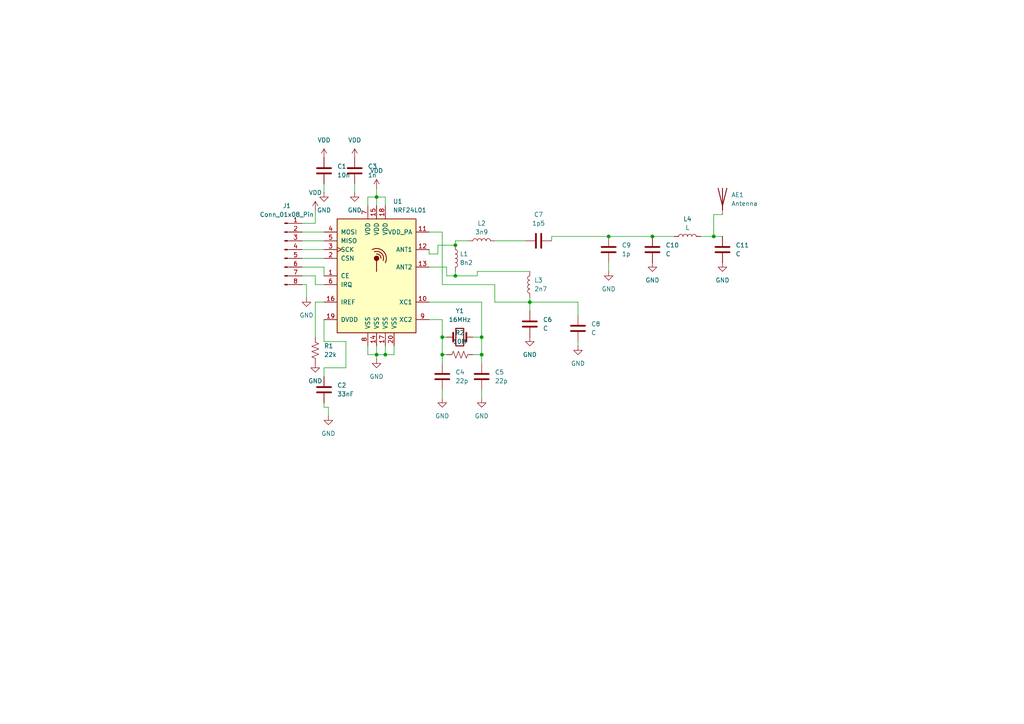
<source format=kicad_sch>
(kicad_sch (version 20231120) (generator "eeschema") (generator_version "8.0")
  (paper "A4")
  (title_block (title "Diseño SCH modulo NRF24L01 2.4GHz") (date "19") (rev "Josue Ocampo") (company "JOSUE OCAMPO, Sistemas Embebidos II - UCB"))
  (lib_symbols
    (symbol "Connector:Conn_01x08_Pin" (pin_names (offset 1.016) hide)
      (property "Reference" "J" (at 0 10.16 0))
      (property "Value" "Conn_01x08_Pin" (at 0 -12.7 0))
      (symbol "Conn_01x08_Pin_1_1"
        (polyline (pts (xy 1.27 -10.16) (xy 0.8636 -10.16)) (stroke (width 0.1524)))
        (polyline (pts (xy 1.27 -7.62) (xy 0.8636 -7.62)) (stroke (width 0.1524)))
        (polyline (pts (xy 1.27 -5.08) (xy 0.8636 -5.08)) (stroke (width 0.1524)))
        (polyline (pts (xy 1.27 -2.54) (xy 0.8636 -2.54)) (stroke (width 0.1524)))
        (polyline (pts (xy 1.27 0) (xy 0.8636 0)) (stroke (width 0.1524)))
        (polyline (pts (xy 1.27 2.54) (xy 0.8636 2.54)) (stroke (width 0.1524)))
        (polyline (pts (xy 1.27 5.08) (xy 0.8636 5.08)) (stroke (width 0.1524)))
        (polyline (pts (xy 1.27 7.62) (xy 0.8636 7.62)) (stroke (width 0.1524)))
        (rectangle (start 0.8636 -10.033) (end 0 -10.287) (stroke (width 0.1524)) (fill (type outline)))
        (rectangle (start 0.8636 -7.493) (end 0 -7.747) (stroke (width 0.1524)) (fill (type outline)))
        (rectangle (start 0.8636 -4.953) (end 0 -5.207) (stroke (width 0.1524)) (fill (type outline)))
        (rectangle (start 0.8636 -2.413) (end 0 -2.667) (stroke (width 0.1524)) (fill (type outline)))
        (rectangle (start 0.8636 0.127) (end 0 -0.127) (stroke (width 0.1524)) (fill (type outline)))
        (rectangle (start 0.8636 2.667) (end 0 2.413) (stroke (width 0.1524)) (fill (type outline)))
        (rectangle (start 0.8636 5.207) (end 0 4.953) (stroke (width 0.1524)) (fill (type outline)))
        (rectangle (start 0.8636 7.747) (end 0 7.493) (stroke (width 0.1524)) (fill (type outline)))
        (pin passive line (at 5.08 7.62 180) (length 3.81) (name "Pin_1") (number "1"))
        (pin passive line (at 5.08 5.08 180) (length 3.81) (name "Pin_2") (number "2"))
        (pin passive line (at 5.08 2.54 180) (length 3.81) (name "Pin_3") (number "3"))
        (pin passive line (at 5.08 0 180) (length 3.81) (name "Pin_4") (number "4"))
        (pin passive line (at 5.08 -2.54 180) (length 3.81) (name "Pin_5") (number "5"))
        (pin passive line (at 5.08 -5.08 180) (length 3.81) (name "Pin_6") (number "6"))
        (pin passive line (at 5.08 -7.62 180) (length 3.81) (name "Pin_7") (number "7"))
        (pin passive line (at 5.08 -10.16 180) (length 3.81) (name "Pin_8") (number "8"))
      )
    )
    (symbol "Device:Antenna" (pin_numbers hide) (pin_names (offset 1.016) hide)
      (property "Reference" "AE" (at -1.905 1.905 0))
      (property "Value" "Antenna" (at -1.905 0 0))
      (symbol "Antenna_0_1"
        (polyline (pts (xy 0 2.54) (xy 0 -3.81)) (stroke (width 0.254)))
        (polyline (pts (xy 1.27 2.54) (xy 0 -2.54) (xy -1.27 2.54)) (stroke (width 0.254)))
      )
      (symbol "Antenna_1_1"
        (pin input line (at 0 -5.08 90) (length 2.54) (name "A") (number "1"))
      )
    )
    (symbol "Device:C" (pin_numbers hide) (pin_names (offset 0.254))
      (property "Reference" "C" (at 0.635 2.54 0))
      (property "Value" "C" (at 0.635 -2.54 0))
      (symbol "C_0_1"
        (polyline (pts (xy -2.032 -0.762) (xy 2.032 -0.762)) (stroke (width 0.508)))
        (polyline (pts (xy -2.032 0.762) (xy 2.032 0.762)) (stroke (width 0.508)))
      )
      (symbol "C_1_1"
        (pin passive line (at 0 3.81 270) (length 2.794) (name "~") (number "1"))
        (pin passive line (at 0 -3.81 90) (length 2.794) (name "~") (number "2"))
      )
    )
    (symbol "Device:Crystal" (pin_numbers hide) (pin_names (offset 1.016) hide)
      (property "Reference" "Y" (at 0 3.81 0))
      (property "Value" "Crystal" (at 0 -3.81 0))
      (symbol "Crystal_0_1"
        (rectangle (start -1.143 2.54) (end 1.143 -2.54) (stroke (width 0.3048)))
        (polyline (pts (xy -2.54 0) (xy -1.905 0)))
        (polyline (pts (xy -1.905 -1.27) (xy -1.905 1.27)) (stroke (width 0.508)))
        (polyline (pts (xy 1.905 -1.27) (xy 1.905 1.27)) (stroke (width 0.508)))
        (polyline (pts (xy 2.54 0) (xy 1.905 0)))
      )
      (symbol "Crystal_1_1"
        (pin passive line (at -3.81 0 0) (length 1.27) (name "1") (number "1"))
        (pin passive line (at 3.81 0 180) (length 1.27) (name "2") (number "2"))
      )
    )
    (symbol "Device:L" (pin_numbers hide) (pin_names (offset 1.016) hide)
      (property "Reference" "L" (at -1.27 0 90))
      (property "Value" "L" (at 1.905 0 90))
      (symbol "L_0_1"
        (arc (start 0 -2.54) (mid 0.6323 -1.905) (end 0 -1.27))
        (arc (start 0 -1.27) (mid 0.6323 -0.635) (end 0 0))
        (arc (start 0 0) (mid 0.6323 0.635) (end 0 1.27))
        (arc (start 0 1.27) (mid 0.6323 1.905) (end 0 2.54))
      )
      (symbol "L_1_1"
        (pin passive line (at 0 3.81 270) (length 1.27) (name "1") (number "1"))
        (pin passive line (at 0 -3.81 90) (length 1.27) (name "2") (number "2"))
      )
    )
    (symbol "Device:R_US" (pin_numbers hide) (pin_names (offset 0))
      (property "Reference" "R" (at 2.54 0 90))
      (property "Value" "R_US" (at -2.54 0 90))
      (symbol "R_US_0_1"
        (polyline (pts (xy 0 -2.286) (xy 0 -2.54)))
        (polyline (pts (xy 0 2.286) (xy 0 2.54)))
        (polyline (pts (xy 0 -0.762) (xy 1.016 -1.143) (xy 0 -1.524) (xy -1.016 -1.905) (xy 0 -2.286)))
        (polyline (pts (xy 0 0.762) (xy 1.016 0.381) (xy 0 0) (xy -1.016 -0.381) (xy 0 -0.762)))
        (polyline (pts (xy 0 2.286) (xy 1.016 1.905) (xy 0 1.524) (xy -1.016 1.143) (xy 0 0.762)))
      )
      (symbol "R_US_1_1"
        (pin passive line (at 0 3.81 270) (length 1.27) (name "~") (number "1"))
        (pin passive line (at 0 -3.81 90) (length 1.27) (name "~") (number "2"))
      )
    )
    (symbol "RF:NRF24L01" (pin_names (offset 1.016))
      (property "Reference" "U" (at -11.43 17.78 0))
      (property "Value" "NRF24L01" (at 5.08 17.78 0))
      (symbol "NRF24L01_0_1"
        (rectangle (start -11.43 16.51) (end 11.43 -16.51) (stroke (width 0.254)) (fill (type background)))
        (polyline (pts (xy 0 4.445) (xy 0 1.27)) (stroke (width 0.254)))
        (circle (center 0 5.08) (radius 0.635) (stroke (width 0.254)) (fill (type outline)))
        (arc (start 1.27 5.08) (mid 0.9071 5.9946) (end 0 6.35) (stroke (width 0.254)))
        (arc (start 1.905 4.445) (mid 1.4313 6.5254) (end -0.635 6.985) (stroke (width 0.254)))
        (arc (start 2.54 3.81) (mid 2.008 7.088) (end -1.27 7.62) (stroke (width 0.254)))
        (rectangle (start 11.43 -13.97) (end 11.43 -13.97))
      )
      (symbol "NRF24L01_1_1"
        (pin input line (at -15.24 0 0) (length 3.81) (name "CE") (number "1"))
        (pin passive line (at 15.24 -7.62 180) (length 3.81) (name "XC1") (number "10"))
        (pin power_out line (at 15.24 12.7 180) (length 3.81) (name "VDD_PA") (number "11"))
        (pin passive line (at 15.24 7.62 180) (length 3.81) (name "ANT1") (number "12"))
        (pin passive line (at 15.24 2.54 180) (length 3.81) (name "ANT2") (number "13"))
        (pin power_in line (at 0 -20.32 90) (length 3.81) (name "VSS") (number "14"))
        (pin power_in line (at 0 20.32 270) (length 3.81) (name "VDD") (number "15"))
        (pin passive line (at -15.24 -7.62 0) (length 3.81) (name "IREF") (number "16"))
        (pin power_in line (at 2.54 -20.32 90) (length 3.81) (name "VSS") (number "17"))
        (pin power_in line (at 2.54 20.32 270) (length 3.81) (name "VDD") (number "18"))
        (pin power_out line (at -15.24 -12.7 0) (length 3.81) (name "DVDD") (number "19"))
        (pin input line (at -15.24 5.08 0) (length 3.81) (name "CSN") (number "2"))
        (pin power_in line (at 5.08 -20.32 90) (length 3.81) (name "VSS") (number "20"))
        (pin input clock (at -15.24 7.62 0) (length 3.81) (name "SCK") (number "3"))
        (pin input line (at -15.24 12.7 0) (length 3.81) (name "MOSI") (number "4"))
        (pin output line (at -15.24 10.16 0) (length 3.81) (name "MISO") (number "5"))
        (pin output line (at -15.24 -2.54 0) (length 3.81) (name "IRQ") (number "6"))
        (pin power_in line (at -2.54 20.32 270) (length 3.81) (name "VDD") (number "7"))
        (pin power_in line (at -2.54 -20.32 90) (length 3.81) (name "VSS") (number "8"))
        (pin passive line (at 15.24 -12.7 180) (length 3.81) (name "XC2") (number "9"))
      )
    )
    (symbol "power:GND" (power) (pin_numbers hide) (pin_names (offset 0) hide)
      (property "Value" "GND" (at 0 -3.81 0))
      (symbol "GND_0_1"
        (polyline (pts (xy 0 0) (xy 0 -1.27) (xy 1.27 -1.27) (xy 0 -2.54) (xy -1.27 -1.27) (xy 0 -1.27)))
      )
      (symbol "GND_1_1"
        (pin power_in line (at 0 0 270) (length 0) (name "~") (number "1"))
      )
    )
    (symbol "power:VDD" (power) (pin_numbers hide) (pin_names (offset 0) hide)
      (property "Value" "VDD" (at 0 3.556 0))
      (symbol "VDD_0_1"
        (polyline (pts (xy -0.762 1.27) (xy 0 2.54)))
        (polyline (pts (xy 0 0) (xy 0 2.54)))
        (polyline (pts (xy 0 2.54) (xy 0.762 1.27)))
      )
      (symbol "VDD_1_1"
        (pin power_in line (at 0 0 90) (length 0) (name "~") (number "1"))
      )
    )
  )
  (junction (at 109.22 57.15))
  (junction (at 176.53 68.58))
  (junction (at 111.76 102.87))
  (junction (at 128.27 97.79))
  (junction (at 189.23 68.58))
  (junction (at 207.01 68.58))
  (junction (at 109.22 102.87))
  (junction (at 128.27 102.87))
  (junction (at 153.67 87.63))
  (junction (at 132.08 80.01))
  (junction (at 132.08 71.12))
  (junction (at 139.7 97.79))
  (junction (at 139.7 102.87))
  (wire (pts (xy 203.2 68.58) (xy 207.01 68.58)))
  (wire (pts (xy 132.08 80.01) (xy 138.43 80.01)))
  (wire (pts (xy 167.64 91.44) (xy 167.64 87.63)))
  (wire (pts (xy 87.63 74.93) (xy 93.98 74.93)))
  (wire (pts (xy 93.98 87.63) (xy 91.44 87.63)))
  (wire (pts (xy 135.89 69.85) (xy 132.08 69.85)))
  (wire (pts (xy 91.44 87.63) (xy 91.44 97.79)))
  (wire (pts (xy 160.02 68.58) (xy 160.02 69.85)))
  (wire (pts (xy 91.44 82.55) (xy 93.98 82.55)))
  (wire (pts (xy 106.68 59.69) (xy 106.68 57.15)))
  (wire (pts (xy 129.54 80.01) (xy 132.08 80.01)))
  (wire (pts (xy 87.63 67.31) (xy 93.98 67.31)))
  (wire (pts (xy 111.76 59.69) (xy 111.76 57.15)))
  (wire (pts (xy 132.08 71.12) (xy 127 71.12)))
  (wire (pts (xy 128.27 92.71) (xy 128.27 97.79)))
  (wire (pts (xy 176.53 68.58) (xy 160.02 68.58)))
  (wire (pts (xy 153.67 78.74) (xy 138.43 78.74)))
  (wire (pts (xy 100.33 106.68) (xy 100.33 99.06)))
  (wire (pts (xy 91.44 80.01) (xy 91.44 82.55)))
  (wire (pts (xy 128.27 102.87) (xy 128.27 105.41)))
  (wire (pts (xy 106.68 57.15) (xy 109.22 57.15)))
  (wire (pts (xy 143.51 82.55) (xy 143.51 87.63)))
  (wire (pts (xy 87.63 72.39) (xy 93.98 72.39)))
  (wire (pts (xy 207.01 62.23) (xy 207.01 68.58)))
  (wire (pts (xy 128.27 97.79) (xy 129.54 97.79)))
  (wire (pts (xy 124.46 77.47) (xy 129.54 77.47)))
  (wire (pts (xy 93.98 106.68) (xy 100.33 106.68)))
  (wire (pts (xy 128.27 82.55) (xy 143.51 82.55)))
  (wire (pts (xy 129.54 77.47) (xy 129.54 80.01)))
  (wire (pts (xy 106.68 100.33) (xy 106.68 102.87)))
  (wire (pts (xy 88.9 86.36) (xy 88.9 82.55)))
  (wire (pts (xy 111.76 57.15) (xy 109.22 57.15)))
  (wire (pts (xy 139.7 113.03) (xy 139.7 115.57)))
  (wire (pts (xy 137.16 102.87) (xy 139.7 102.87)))
  (wire (pts (xy 124.46 67.31) (xy 128.27 67.31)))
  (wire (pts (xy 87.63 77.47) (xy 93.98 77.47)))
  (wire (pts (xy 128.27 97.79) (xy 128.27 102.87)))
  (wire (pts (xy 111.76 102.87) (xy 109.22 102.87)))
  (wire (pts (xy 189.23 68.58) (xy 195.58 68.58)))
  (wire (pts (xy 93.98 77.47) (xy 93.98 80.01)))
  (wire (pts (xy 124.46 92.71) (xy 128.27 92.71)))
  (wire (pts (xy 114.3 102.87) (xy 111.76 102.87)))
  (wire (pts (xy 109.22 100.33) (xy 109.22 102.87)))
  (wire (pts (xy 153.67 86.36) (xy 153.67 87.63)))
  (wire (pts (xy 143.51 87.63) (xy 153.67 87.63)))
  (wire (pts (xy 93.98 53.34) (xy 93.98 55.88)))
  (wire (pts (xy 139.7 102.87) (xy 139.7 105.41)))
  (wire (pts (xy 207.01 68.58) (xy 209.55 68.58)))
  (wire (pts (xy 88.9 82.55) (xy 87.63 82.55)))
  (wire (pts (xy 91.44 60.96) (xy 91.44 64.77)))
  (wire (pts (xy 153.67 87.63) (xy 153.67 90.17)))
  (wire (pts (xy 167.64 100.33) (xy 167.64 99.06)))
  (wire (pts (xy 87.63 69.85) (xy 93.98 69.85)))
  (wire (pts (xy 127 71.12) (xy 127 73.66)))
  (wire (pts (xy 143.51 69.85) (xy 152.4 69.85)))
  (wire (pts (xy 176.53 68.58) (xy 189.23 68.58)))
  (wire (pts (xy 139.7 97.79) (xy 139.7 102.87)))
  (wire (pts (xy 102.87 53.34) (xy 102.87 55.88)))
  (wire (pts (xy 87.63 80.01) (xy 91.44 80.01)))
  (wire (pts (xy 167.64 87.63) (xy 153.67 87.63)))
  (wire (pts (xy 111.76 100.33) (xy 111.76 102.87)))
  (wire (pts (xy 139.7 87.63) (xy 139.7 97.79)))
  (wire (pts (xy 128.27 115.57) (xy 128.27 113.03)))
  (wire (pts (xy 93.98 116.84) (xy 93.98 118.11)))
  (wire (pts (xy 132.08 80.01) (xy 132.08 78.74)))
  (wire (pts (xy 209.55 62.23) (xy 207.01 62.23)))
  (wire (pts (xy 93.98 109.22) (xy 93.98 106.68)))
  (wire (pts (xy 127 73.66) (xy 124.46 73.66)))
  (wire (pts (xy 137.16 97.79) (xy 139.7 97.79)))
  (wire (pts (xy 124.46 73.66) (xy 124.46 72.39)))
  (wire (pts (xy 93.98 118.11) (xy 95.25 118.11)))
  (wire (pts (xy 128.27 102.87) (xy 129.54 102.87)))
  (wire (pts (xy 93.98 99.06) (xy 93.98 92.71)))
  (wire (pts (xy 114.3 100.33) (xy 114.3 102.87)))
  (wire (pts (xy 100.33 99.06) (xy 93.98 99.06)))
  (wire (pts (xy 106.68 102.87) (xy 109.22 102.87)))
  (wire (pts (xy 138.43 78.74) (xy 138.43 80.01)))
  (wire (pts (xy 132.08 69.85) (xy 132.08 71.12)))
  (wire (pts (xy 91.44 64.77) (xy 87.63 64.77)))
  (wire (pts (xy 109.22 54.61) (xy 109.22 57.15)))
  (wire (pts (xy 95.25 118.11) (xy 95.25 120.65)))
  (wire (pts (xy 176.53 76.2) (xy 176.53 78.74)))
  (wire (pts (xy 109.22 102.87) (xy 109.22 104.14)))
  (wire (pts (xy 124.46 87.63) (xy 139.7 87.63)))
  (wire (pts (xy 128.27 67.31) (xy 128.27 82.55)))
  (wire (pts (xy 109.22 57.15) (xy 109.22 59.69)))
  (symbol (lib_id "power:GND") (at 189.23 76.2 0) (unit 1)
    (property "Reference" "#PWR016" (effects (hide yes)))
    (property "Value" "GND" (at 189.23 81.28 0))
    (property "Description" "Power symbol creates a global label with name \"GND\" , ground" (effects (hide yes)))
  )
  (symbol (lib_id "Device:C") (at 102.87 49.53 0) (unit 1)
    (property "Reference" "C3" (at 106.68 48.2599 0) (effects (justify left)))
    (property "Value" "1n" (at 106.68 50.7999 0) (effects (justify left)))
    (property "Footprint" "Capacitor_SMD:C_0201_0603Metric" (effects (hide yes)))
    (property "Description" "Unpolarized capacitor" (effects (hide yes)))
  )
  (symbol (lib_id "Device:C") (at 176.53 72.39 0) (unit 1)
    (property "Reference" "C9" (at 180.34 71.1199 0) (effects (justify left)))
    (property "Value" "1p" (at 180.34 73.6599 0) (effects (justify left)))
    (property "Footprint" "Capacitor_SMD:C_0201_0603Metric" (effects (hide yes)))
    (property "Description" "Unpolarized capacitor" (effects (hide yes)))
  )
  (symbol (lib_id "Device:C") (at 93.98 113.03 0) (unit 1)
    (property "Reference" "C2" (at 97.79 111.7599 0) (effects (justify left)))
    (property "Value" "33nF" (at 97.79 114.2999 0) (effects (justify left)))
    (property "Footprint" "Capacitor_SMD:C_0201_0603Metric" (effects (hide yes)))
    (property "Description" "Unpolarized capacitor" (effects (hide yes)))
  )
  (symbol (lib_id "Device:L") (at 153.67 82.55 180) (unit 1)
    (property "Reference" "L3" (at 154.94 81.2799 0) (effects (justify right)))
    (property "Value" "2n7" (at 154.94 83.8199 0) (effects (justify right)))
    (property "Footprint" "Inductor_SMD:L_0201_0603Metric" (effects (hide yes)))
    (property "Description" "Inductor" (effects (hide yes)))
  )
  (symbol (lib_id "Connector:Conn_01x08_Pin") (at 82.55 72.39 0) (unit 1)
    (property "Reference" "J1" (at 83.185 59.69 0))
    (property "Value" "Conn_01x08_Pin" (at 83.185 62.23 0))
    (property "Footprint" "Connector_Hirose:Hirose_DF13-08P-1.25DSA_1x08_P1.25mm_Vertical" (effects (hide yes)))
    (property "Description" "Generic connector, single row, 01x08, script generated" (effects (hide yes)))
  )
  (symbol (lib_id "Device:Crystal") (at 133.35 97.79 0) (unit 1)
    (property "Reference" "Y1" (at 133.35 90.17 0))
    (property "Value" "16MHz" (at 133.35 92.71 0))
    (property "Footprint" "Crystal:Crystal_AT310_D3.0mm_L10.0mm_Vertical" (effects (hide yes)))
    (property "Description" "Two pin crystal" (effects (hide yes)))
  )
  (symbol (lib_id "power:GND") (at 128.27 115.57 0) (unit 1)
    (property "Reference" "#PWR011" (effects (hide yes)))
    (property "Value" "GND" (at 128.27 120.65 0))
    (property "Description" "Power symbol creates a global label with name \"GND\" , ground" (effects (hide yes)))
  )
  (symbol (lib_id "Device:C") (at 209.55 72.39 0) (unit 1)
    (property "Reference" "C11" (at 213.36 71.1199 0) (effects (justify left)))
    (property "Value" "C" (at 213.36 73.6599 0) (effects (justify left)))
    (property "Footprint" "Capacitor_SMD:C_0201_0603Metric" (effects (hide yes)))
    (property "Description" "Unpolarized capacitor" (effects (hide yes)))
  )
  (symbol (lib_id "power:GND") (at 167.64 100.33 0) (unit 1)
    (property "Reference" "#PWR014" (effects (hide yes)))
    (property "Value" "GND" (at 167.64 105.41 0))
    (property "Description" "Power symbol creates a global label with name \"GND\" , ground" (effects (hide yes)))
  )
  (symbol (lib_id "Device:Antenna") (at 209.55 57.15 0) (unit 1)
    (property "Reference" "AE1" (at 212.09 56.5149 0) (effects (justify left)))
    (property "Value" "Antenna" (at 212.09 59.0549 0) (effects (justify left)))
    (property "Footprint" "RF_Antenna:Texas_SWRA117D_2.4GHz_Left" (effects (hide yes)))
    (property "Description" "Antenna" (effects (hide yes)))
  )
  (symbol (lib_id "Device:C") (at 189.23 72.39 0) (unit 1)
    (property "Reference" "C10" (at 193.04 71.1199 0) (effects (justify left)))
    (property "Value" "C" (at 193.04 73.6599 0) (effects (justify left)))
    (property "Footprint" "Capacitor_SMD:C_0201_0603Metric" (effects (hide yes)))
    (property "Description" "Unpolarized capacitor" (effects (hide yes)))
  )
  (symbol (lib_id "Device:C") (at 139.7 109.22 0) (unit 1)
    (property "Reference" "C5" (at 143.51 107.9499 0) (effects (justify left)))
    (property "Value" "22p" (at 143.51 110.4899 0) (effects (justify left)))
    (property "Footprint" "Capacitor_SMD:C_0201_0603Metric" (effects (hide yes)))
    (property "Description" "Unpolarized capacitor" (effects (hide yes)))
  )
  (symbol (lib_id "Device:L") (at 199.39 68.58 90) (unit 1)
    (property "Reference" "L4" (at 199.39 63.5 90))
    (property "Value" "L" (at 199.39 66.04 90))
    (property "Footprint" "Inductor_SMD:L_0201_0603Metric" (effects (hide yes)))
    (property "Description" "Inductor" (effects (hide yes)))
  )
  (symbol (lib_id "RF:NRF24L01") (at 109.22 80.01 0) (unit 1)
    (property "Reference" "U1" (at 113.9541 58.42 0) (effects (justify left)))
    (property "Value" "NRF24L01" (at 113.9541 60.96 0) (effects (justify left)))
    (property "Footprint" "Package_DFN_QFN:QFN-20-1EP_4x4mm_P0.5mm_EP2.5x2.5mm" (effects (hide yes)))
    (property "Datasheet" "http://www.nordicsemi.com/eng/content/download/2730/34105/file/nRF24L01_Product_Specification_v2_0.pdf" (effects (hide yes)))
    (property "Description" "Ultra low power 2.4GHz RF Transceiver, QFN-20" (effects (hide yes)))
  )
  (symbol (lib_id "power:GND") (at 209.55 76.2 0) (unit 1)
    (property "Reference" "#PWR017" (effects (hide yes)))
    (property "Value" "GND" (at 209.55 81.28 0))
    (property "Description" "Power symbol creates a global label with name \"GND\" , ground" (effects (hide yes)))
  )
  (symbol (lib_id "Device:C") (at 93.98 49.53 0) (unit 1)
    (property "Reference" "C1" (at 97.79 48.2599 0) (effects (justify left)))
    (property "Value" "10n" (at 97.79 50.7999 0) (effects (justify left)))
    (property "Footprint" "Capacitor_SMD:C_0201_0603Metric" (effects (hide yes)))
    (property "Description" "Unpolarized capacitor" (effects (hide yes)))
  )
  (symbol (lib_id "Device:L") (at 132.08 74.93 0) (unit 1)
    (property "Reference" "L1" (at 133.35 73.6599 0) (effects (justify left)))
    (property "Value" "8n2" (at 133.35 76.1999 0) (effects (justify left)))
    (property "Footprint" "Inductor_SMD:L_0201_0603Metric" (effects (hide yes)))
    (property "Description" "Inductor" (effects (hide yes)))
  )
  (symbol (lib_id "Device:C") (at 128.27 109.22 0) (unit 1)
    (property "Reference" "C4" (at 132.08 107.9499 0) (effects (justify left)))
    (property "Value" "22p" (at 132.08 110.4899 0) (effects (justify left)))
    (property "Footprint" "Capacitor_SMD:C_0201_0603Metric" (effects (hide yes)))
    (property "Description" "Unpolarized capacitor" (effects (hide yes)))
  )
  (symbol (lib_id "power:VDD") (at 91.44 60.96 0) (unit 1)
    (property "Reference" "#PWR02" (effects (hide yes)))
    (property "Value" "VDD" (at 91.44 55.88 0))
    (property "Description" "Power symbol creates a global label with name \"VDD\"" (effects (hide yes)))
  )
  (symbol (lib_id "power:GND") (at 95.25 120.65 0) (unit 1)
    (property "Reference" "#PWR06" (effects (hide yes)))
    (property "Value" "GND" (at 95.25 125.73 0))
    (property "Description" "Power symbol creates a global label with name \"GND\" , ground" (effects (hide yes)))
  )
  (symbol (lib_id "power:GND") (at 139.7 115.57 0) (unit 1)
    (property "Reference" "#PWR012" (effects (hide yes)))
    (property "Value" "GND" (at 139.7 120.65 0))
    (property "Description" "Power symbol creates a global label with name \"GND\" , ground" (effects (hide yes)))
  )
  (symbol (lib_id "power:VDD") (at 102.87 45.72 0) (unit 1)
    (property "Reference" "#PWR07" (effects (hide yes)))
    (property "Value" "VDD" (at 102.87 40.64 0))
    (property "Description" "Power symbol creates a global label with name \"VDD\"" (effects (hide yes)))
  )
  (symbol (lib_id "power:GND") (at 88.9 86.36 0) (unit 1)
    (property "Reference" "#PWR01" (effects (hide yes)))
    (property "Value" "GND" (at 88.9 91.44 0))
    (property "Description" "Power symbol creates a global label with name \"GND\" , ground" (effects (hide yes)))
  )
  (symbol (lib_id "Device:C") (at 153.67 93.98 0) (unit 1)
    (property "Reference" "C6" (at 157.48 92.7099 0) (effects (justify left)))
    (property "Value" "C" (at 157.48 95.2499 0) (effects (justify left)))
    (property "Footprint" "Capacitor_SMD:C_0201_0603Metric" (effects (hide yes)))
    (property "Description" "Unpolarized capacitor" (effects (hide yes)))
  )
  (symbol (lib_id "Device:C") (at 156.21 69.85 90) (unit 1)
    (property "Reference" "C7" (at 156.21 62.23 90))
    (property "Value" "1p5" (at 156.21 64.77 90))
    (property "Footprint" "Capacitor_SMD:C_0201_0603Metric" (effects (hide yes)))
    (property "Description" "Unpolarized capacitor" (effects (hide yes)))
  )
  (symbol (lib_id "Device:L") (at 139.7 69.85 90) (unit 1)
    (property "Reference" "L2" (at 139.7 64.77 90))
    (property "Value" "3n9" (at 139.7 67.31 90))
    (property "Footprint" "Inductor_SMD:L_0201_0603Metric" (effects (hide yes)))
    (property "Description" "Inductor" (effects (hide yes)))
  )
  (symbol (lib_id "power:GND") (at 153.67 97.79 0) (unit 1)
    (property "Reference" "#PWR013" (effects (hide yes)))
    (property "Value" "GND" (at 153.67 102.87 0))
    (property "Description" "Power symbol creates a global label with name \"GND\" , ground" (effects (hide yes)))
  )
  (symbol (lib_id "power:VDD") (at 93.98 45.72 0) (unit 1)
    (property "Reference" "#PWR04" (effects (hide yes)))
    (property "Value" "VDD" (at 93.98 40.64 0))
    (property "Description" "Power symbol creates a global label with name \"VDD\"" (effects (hide yes)))
  )
  (symbol (lib_id "power:VDD") (at 109.22 54.61 0) (unit 1)
    (property "Reference" "#PWR09" (effects (hide yes)))
    (property "Value" "VDD" (at 109.22 49.53 0))
    (property "Description" "Power symbol creates a global label with name \"VDD\"" (effects (hide yes)))
  )
  (symbol (lib_id "Device:R_US") (at 133.35 102.87 90) (unit 1)
    (property "Reference" "R2" (at 133.35 96.52 90))
    (property "Value" "10M" (at 133.35 99.06 90))
    (property "Footprint" "Resistor_SMD:R_0201_0603Metric" (effects (hide yes)))
    (property "Description" "Resistor, US symbol" (effects (hide yes)))
  )
  (symbol (lib_id "Device:R_US") (at 91.44 101.6 0) (unit 1)
    (property "Reference" "R1" (at 93.98 100.3299 0) (effects (justify left)))
    (property "Value" "22k" (at 93.98 102.8699 0) (effects (justify left)))
    (property "Footprint" "Resistor_SMD:R_0201_0603Metric" (effects (hide yes)))
    (property "Description" "Resistor, US symbol" (effects (hide yes)))
  )
  (symbol (lib_id "power:GND") (at 91.44 105.41 0) (unit 1)
    (property "Reference" "#PWR03" (effects (hide yes)))
    (property "Value" "GND" (at 91.44 110.49 0))
    (property "Description" "Power symbol creates a global label with name \"GND\" , ground" (effects (hide yes)))
  )
  (symbol (lib_id "Device:C") (at 167.64 95.25 0) (unit 1)
    (property "Reference" "C8" (at 171.45 93.9799 0) (effects (justify left)))
    (property "Value" "C" (at 171.45 96.5199 0) (effects (justify left)))
    (property "Footprint" "Capacitor_SMD:C_0201_0603Metric" (effects (hide yes)))
    (property "Description" "Unpolarized capacitor" (effects (hide yes)))
  )
  (symbol (lib_id "power:GND") (at 176.53 78.74 0) (unit 1)
    (property "Reference" "#PWR015" (effects (hide yes)))
    (property "Value" "GND" (at 176.53 83.82 0))
    (property "Description" "Power symbol creates a global label with name \"GND\" , ground" (effects (hide yes)))
  )
  (symbol (lib_id "power:GND") (at 109.22 104.14 0) (unit 1)
    (property "Reference" "#PWR010" (effects (hide yes)))
    (property "Value" "GND" (at 109.22 109.22 0))
    (property "Description" "Power symbol creates a global label with name \"GND\" , ground" (effects (hide yes)))
  )
  (symbol (lib_id "power:GND") (at 93.98 55.88 0) (unit 1)
    (property "Reference" "#PWR05" (effects (hide yes)))
    (property "Value" "GND" (at 93.98 60.96 0))
    (property "Description" "Power symbol creates a global label with name \"GND\" , ground" (effects (hide yes)))
  )
  (symbol (lib_id "power:GND") (at 102.87 55.88 0) (unit 1)
    (property "Reference" "#PWR08" (effects (hide yes)))
    (property "Value" "GND" (at 102.87 60.96 0))
    (property "Description" "Power symbol creates a global label with name \"GND\" , ground" (effects (hide yes)))
  )
)
</source>
